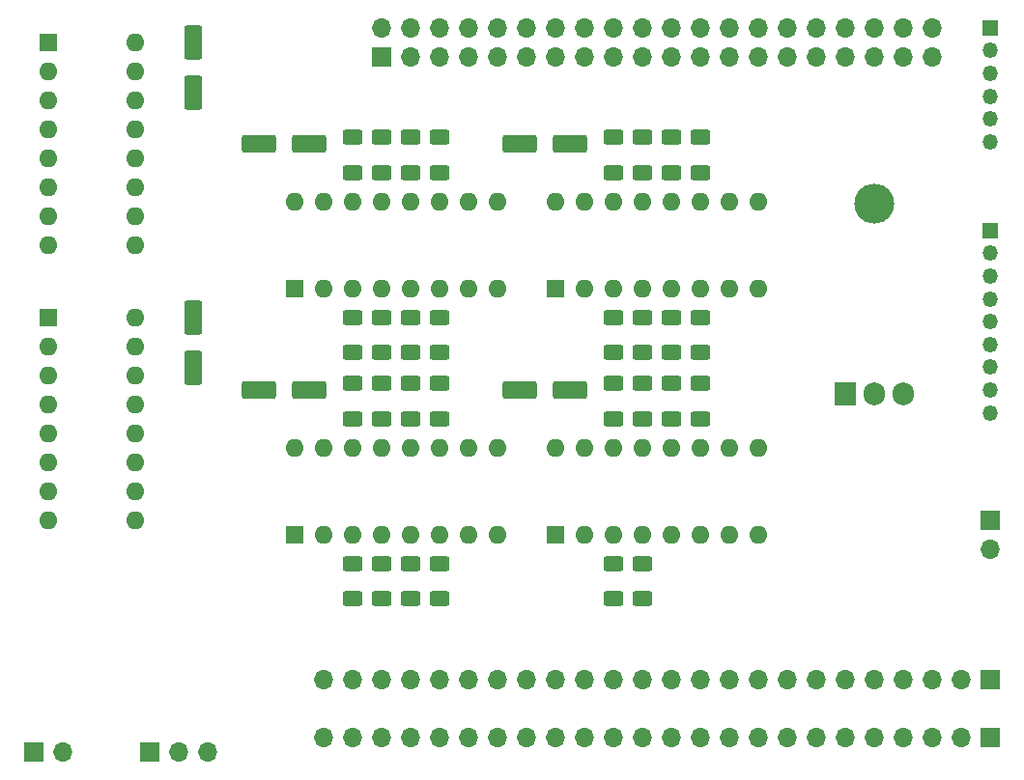
<source format=gts>
%TF.GenerationSoftware,KiCad,Pcbnew,7.0.8*%
%TF.CreationDate,2023-10-23T01:27:40-07:00*%
%TF.ProjectId,motherboard,6d6f7468-6572-4626-9f61-72642e6b6963,1*%
%TF.SameCoordinates,Original*%
%TF.FileFunction,Soldermask,Top*%
%TF.FilePolarity,Negative*%
%FSLAX46Y46*%
G04 Gerber Fmt 4.6, Leading zero omitted, Abs format (unit mm)*
G04 Created by KiCad (PCBNEW 7.0.8) date 2023-10-23 01:27:40*
%MOMM*%
%LPD*%
G01*
G04 APERTURE LIST*
G04 Aperture macros list*
%AMRoundRect*
0 Rectangle with rounded corners*
0 $1 Rounding radius*
0 $2 $3 $4 $5 $6 $7 $8 $9 X,Y pos of 4 corners*
0 Add a 4 corners polygon primitive as box body*
4,1,4,$2,$3,$4,$5,$6,$7,$8,$9,$2,$3,0*
0 Add four circle primitives for the rounded corners*
1,1,$1+$1,$2,$3*
1,1,$1+$1,$4,$5*
1,1,$1+$1,$6,$7*
1,1,$1+$1,$8,$9*
0 Add four rect primitives between the rounded corners*
20,1,$1+$1,$2,$3,$4,$5,0*
20,1,$1+$1,$4,$5,$6,$7,0*
20,1,$1+$1,$6,$7,$8,$9,0*
20,1,$1+$1,$8,$9,$2,$3,0*%
G04 Aperture macros list end*
%ADD10RoundRect,0.250000X-0.625000X0.400000X-0.625000X-0.400000X0.625000X-0.400000X0.625000X0.400000X0*%
%ADD11RoundRect,0.250000X0.625000X-0.400000X0.625000X0.400000X-0.625000X0.400000X-0.625000X-0.400000X0*%
%ADD12R,1.600000X1.600000*%
%ADD13O,1.600000X1.600000*%
%ADD14R,1.700000X1.700000*%
%ADD15O,1.700000X1.700000*%
%ADD16R,1.350000X1.350000*%
%ADD17O,1.350000X1.350000*%
%ADD18RoundRect,0.250000X1.250000X0.550000X-1.250000X0.550000X-1.250000X-0.550000X1.250000X-0.550000X0*%
%ADD19RoundRect,0.250000X-0.550000X1.250000X-0.550000X-1.250000X0.550000X-1.250000X0.550000X1.250000X0*%
%ADD20O,3.500000X3.500000*%
%ADD21R,1.905000X2.000000*%
%ADD22O,1.905000X2.000000*%
G04 APERTURE END LIST*
D10*
%TO.C,R12*%
X152400000Y-71830000D03*
X152400000Y-74930000D03*
%TD*%
D11*
%TO.C,R22*%
X132080000Y-112320000D03*
X132080000Y-109220000D03*
%TD*%
D12*
%TO.C,U1*%
X124450000Y-85080000D03*
D13*
X126990000Y-85080000D03*
X129530000Y-85080000D03*
X132070000Y-85080000D03*
X134610000Y-85080000D03*
X137150000Y-85080000D03*
X139690000Y-85080000D03*
X142230000Y-85080000D03*
X142230000Y-77460000D03*
X139690000Y-77460000D03*
X137150000Y-77460000D03*
X134610000Y-77460000D03*
X132070000Y-77460000D03*
X129530000Y-77460000D03*
X126990000Y-77460000D03*
X124450000Y-77460000D03*
%TD*%
D14*
%TO.C,J2*%
X185420000Y-119380000D03*
D15*
X182880000Y-119380000D03*
X180340000Y-119380000D03*
X177800000Y-119380000D03*
X175260000Y-119380000D03*
X172720000Y-119380000D03*
X170180000Y-119380000D03*
X167640000Y-119380000D03*
X165100000Y-119380000D03*
X162560000Y-119380000D03*
X160020000Y-119380000D03*
X157480000Y-119380000D03*
X154940000Y-119380000D03*
X152400000Y-119380000D03*
X149860000Y-119380000D03*
X147320000Y-119380000D03*
X144780000Y-119380000D03*
X142240000Y-119380000D03*
X139700000Y-119380000D03*
X137160000Y-119380000D03*
X134620000Y-119380000D03*
X132080000Y-119380000D03*
X129540000Y-119380000D03*
X127000000Y-119380000D03*
%TD*%
D12*
%TO.C,U2*%
X147320000Y-85090000D03*
D13*
X149860000Y-85090000D03*
X152400000Y-85090000D03*
X154940000Y-85090000D03*
X157480000Y-85090000D03*
X160020000Y-85090000D03*
X162560000Y-85090000D03*
X165100000Y-85090000D03*
X165100000Y-77470000D03*
X162560000Y-77470000D03*
X160020000Y-77470000D03*
X157480000Y-77470000D03*
X154940000Y-77470000D03*
X152400000Y-77470000D03*
X149860000Y-77470000D03*
X147320000Y-77470000D03*
%TD*%
D10*
%TO.C,R4*%
X129540000Y-71830000D03*
X129540000Y-74930000D03*
%TD*%
D11*
%TO.C,R29*%
X152400000Y-112320000D03*
X152400000Y-109220000D03*
%TD*%
D12*
%TO.C,U3*%
X124460000Y-106680000D03*
D13*
X127000000Y-106680000D03*
X129540000Y-106680000D03*
X132080000Y-106680000D03*
X134620000Y-106680000D03*
X137160000Y-106680000D03*
X139700000Y-106680000D03*
X142240000Y-106680000D03*
X142240000Y-99060000D03*
X139700000Y-99060000D03*
X137160000Y-99060000D03*
X134620000Y-99060000D03*
X132080000Y-99060000D03*
X129540000Y-99060000D03*
X127000000Y-99060000D03*
X124460000Y-99060000D03*
%TD*%
D10*
%TO.C,R20*%
X129540000Y-93420000D03*
X129540000Y-96520000D03*
%TD*%
D11*
%TO.C,R30*%
X154940000Y-112320000D03*
X154940000Y-109220000D03*
%TD*%
D16*
%TO.C,J5*%
X185420000Y-62230000D03*
D17*
X185420000Y-64230000D03*
X185420000Y-66230000D03*
X185420000Y-68230000D03*
X185420000Y-70230000D03*
X185420000Y-72230000D03*
%TD*%
D11*
%TO.C,R13*%
X152400000Y-90730000D03*
X152400000Y-87630000D03*
%TD*%
D10*
%TO.C,R3*%
X132080000Y-71830000D03*
X132080000Y-74930000D03*
%TD*%
%TO.C,R1*%
X137160000Y-71830000D03*
X137160000Y-74930000D03*
%TD*%
%TO.C,R27*%
X154940000Y-93420000D03*
X154940000Y-96520000D03*
%TD*%
D11*
%TO.C,R16*%
X160020000Y-90730000D03*
X160020000Y-87630000D03*
%TD*%
D18*
%TO.C,C1*%
X125730000Y-72390000D03*
X121330000Y-72390000D03*
%TD*%
%TO.C,C4*%
X148590000Y-93980000D03*
X144190000Y-93980000D03*
%TD*%
D12*
%TO.C,U6*%
X102870000Y-87630000D03*
D13*
X102870000Y-90170000D03*
X102870000Y-92710000D03*
X102870000Y-95250000D03*
X102870000Y-97790000D03*
X102870000Y-100330000D03*
X102870000Y-102870000D03*
X102870000Y-105410000D03*
X110490000Y-105410000D03*
X110490000Y-102870000D03*
X110490000Y-100330000D03*
X110490000Y-97790000D03*
X110490000Y-95250000D03*
X110490000Y-92710000D03*
X110490000Y-90170000D03*
X110490000Y-87630000D03*
%TD*%
D18*
%TO.C,C3*%
X125730000Y-93980000D03*
X121330000Y-93980000D03*
%TD*%
D10*
%TO.C,R2*%
X134620000Y-71830000D03*
X134620000Y-74930000D03*
%TD*%
D14*
%TO.C,J4*%
X185420000Y-105410000D03*
D15*
X185420000Y-107950000D03*
%TD*%
D14*
%TO.C,J1*%
X185420000Y-124460000D03*
D15*
X182880000Y-124460000D03*
X180340000Y-124460000D03*
X177800000Y-124460000D03*
X175260000Y-124460000D03*
X172720000Y-124460000D03*
X170180000Y-124460000D03*
X167640000Y-124460000D03*
X165100000Y-124460000D03*
X162560000Y-124460000D03*
X160020000Y-124460000D03*
X157480000Y-124460000D03*
X154940000Y-124460000D03*
X152400000Y-124460000D03*
X149860000Y-124460000D03*
X147320000Y-124460000D03*
X144780000Y-124460000D03*
X142240000Y-124460000D03*
X139700000Y-124460000D03*
X137160000Y-124460000D03*
X134620000Y-124460000D03*
X132080000Y-124460000D03*
X129540000Y-124460000D03*
X127000000Y-124460000D03*
%TD*%
D19*
%TO.C,C6*%
X115570000Y-87630000D03*
X115570000Y-92030000D03*
%TD*%
D11*
%TO.C,R23*%
X134620000Y-112320000D03*
X134620000Y-109220000D03*
%TD*%
D14*
%TO.C,J8*%
X111760000Y-125730000D03*
D15*
X114300000Y-125730000D03*
X116840000Y-125730000D03*
%TD*%
D10*
%TO.C,R9*%
X160020000Y-71830000D03*
X160020000Y-74930000D03*
%TD*%
%TO.C,R11*%
X154940000Y-71830000D03*
X154940000Y-74930000D03*
%TD*%
D20*
%TO.C,U7*%
X175260000Y-77660000D03*
D21*
X172720000Y-94320000D03*
D22*
X175260000Y-94320000D03*
X177800000Y-94320000D03*
%TD*%
D10*
%TO.C,R26*%
X157480000Y-93420000D03*
X157480000Y-96520000D03*
%TD*%
%TO.C,R10*%
X157480000Y-71830000D03*
X157480000Y-74930000D03*
%TD*%
D11*
%TO.C,R8*%
X137160000Y-90730000D03*
X137160000Y-87630000D03*
%TD*%
D10*
%TO.C,R25*%
X160020000Y-93420000D03*
X160020000Y-96520000D03*
%TD*%
%TO.C,R17*%
X137160000Y-93420000D03*
X137160000Y-96520000D03*
%TD*%
D14*
%TO.C,J6*%
X101600000Y-125730000D03*
D15*
X104140000Y-125730000D03*
%TD*%
D11*
%TO.C,R15*%
X157480000Y-90730000D03*
X157480000Y-87630000D03*
%TD*%
%TO.C,R21*%
X129540000Y-112320000D03*
X129540000Y-109220000D03*
%TD*%
D19*
%TO.C,C5*%
X115570000Y-63500000D03*
X115570000Y-67900000D03*
%TD*%
D16*
%TO.C,J7*%
X185420000Y-80010000D03*
D17*
X185420000Y-82010000D03*
X185420000Y-84010000D03*
X185420000Y-86010000D03*
X185420000Y-88010000D03*
X185420000Y-90010000D03*
X185420000Y-92010000D03*
X185420000Y-94010000D03*
X185420000Y-96010000D03*
%TD*%
D11*
%TO.C,R6*%
X132080000Y-90730000D03*
X132080000Y-87630000D03*
%TD*%
%TO.C,R7*%
X134620000Y-90730000D03*
X134620000Y-87630000D03*
%TD*%
D12*
%TO.C,U4*%
X147320000Y-106680000D03*
D13*
X149860000Y-106680000D03*
X152400000Y-106680000D03*
X154940000Y-106680000D03*
X157480000Y-106680000D03*
X160020000Y-106680000D03*
X162560000Y-106680000D03*
X165100000Y-106680000D03*
X165100000Y-99060000D03*
X162560000Y-99060000D03*
X160020000Y-99060000D03*
X157480000Y-99060000D03*
X154940000Y-99060000D03*
X152400000Y-99060000D03*
X149860000Y-99060000D03*
X147320000Y-99060000D03*
%TD*%
D10*
%TO.C,R19*%
X132080000Y-93420000D03*
X132080000Y-96520000D03*
%TD*%
%TO.C,R28*%
X152400000Y-93420000D03*
X152400000Y-96520000D03*
%TD*%
D18*
%TO.C,C2*%
X148590000Y-72390000D03*
X144190000Y-72390000D03*
%TD*%
D11*
%TO.C,R24*%
X137160000Y-112320000D03*
X137160000Y-109220000D03*
%TD*%
%TO.C,R5*%
X129540000Y-90730000D03*
X129540000Y-87630000D03*
%TD*%
D12*
%TO.C,U5*%
X102870000Y-63500000D03*
D13*
X102870000Y-66040000D03*
X102870000Y-68580000D03*
X102870000Y-71120000D03*
X102870000Y-73660000D03*
X102870000Y-76200000D03*
X102870000Y-78740000D03*
X102870000Y-81280000D03*
X110490000Y-81280000D03*
X110490000Y-78740000D03*
X110490000Y-76200000D03*
X110490000Y-73660000D03*
X110490000Y-71120000D03*
X110490000Y-68580000D03*
X110490000Y-66040000D03*
X110490000Y-63500000D03*
%TD*%
D10*
%TO.C,R18*%
X134620000Y-93420000D03*
X134620000Y-96520000D03*
%TD*%
D11*
%TO.C,R14*%
X154940000Y-90730000D03*
X154940000Y-87630000D03*
%TD*%
D14*
%TO.C,J3*%
X132080000Y-64770000D03*
D15*
X132080000Y-62230000D03*
X134620000Y-64770000D03*
X134620000Y-62230000D03*
X137160000Y-64770000D03*
X137160000Y-62230000D03*
X139700000Y-64770000D03*
X139700000Y-62230000D03*
X142240000Y-64770000D03*
X142240000Y-62230000D03*
X144780000Y-64770000D03*
X144780000Y-62230000D03*
X147320000Y-64770000D03*
X147320000Y-62230000D03*
X149860000Y-64770000D03*
X149860000Y-62230000D03*
X152400000Y-64770000D03*
X152400000Y-62230000D03*
X154940000Y-64770000D03*
X154940000Y-62230000D03*
X157480000Y-64770000D03*
X157480000Y-62230000D03*
X160020000Y-64770000D03*
X160020000Y-62230000D03*
X162560000Y-64770000D03*
X162560000Y-62230000D03*
X165100000Y-64770000D03*
X165100000Y-62230000D03*
X167640000Y-64770000D03*
X167640000Y-62230000D03*
X170180000Y-64770000D03*
X170180000Y-62230000D03*
X172720000Y-64770000D03*
X172720000Y-62230000D03*
X175260000Y-64770000D03*
X175260000Y-62230000D03*
X177800000Y-64770000D03*
X177800000Y-62230000D03*
X180340000Y-64770000D03*
X180340000Y-62230000D03*
%TD*%
M02*

</source>
